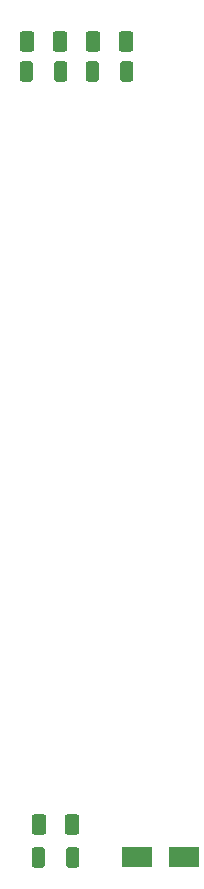
<source format=gtp>
G04 #@! TF.GenerationSoftware,KiCad,Pcbnew,(5.1.10)-1*
G04 #@! TF.CreationDate,2022-02-12T13:03:44-05:00*
G04 #@! TF.ProjectId,M5_BuggyProject,4d355f42-7567-4677-9950-726f6a656374,v1.0*
G04 #@! TF.SameCoordinates,Original*
G04 #@! TF.FileFunction,Paste,Top*
G04 #@! TF.FilePolarity,Positive*
%FSLAX46Y46*%
G04 Gerber Fmt 4.6, Leading zero omitted, Abs format (unit mm)*
G04 Created by KiCad (PCBNEW (5.1.10)-1) date 2022-02-12 13:03:44*
%MOMM*%
%LPD*%
G01*
G04 APERTURE LIST*
%ADD10R,2.500000X1.700000*%
G04 APERTURE END LIST*
G04 #@! TO.C,R1*
G36*
G01*
X74683000Y-107051003D02*
X74683000Y-105800997D01*
G75*
G02*
X74932997Y-105551000I249997J0D01*
G01*
X75558003Y-105551000D01*
G75*
G02*
X75808000Y-105800997I0J-249997D01*
G01*
X75808000Y-107051003D01*
G75*
G02*
X75558003Y-107301000I-249997J0D01*
G01*
X74932997Y-107301000D01*
G75*
G02*
X74683000Y-107051003I0J249997D01*
G01*
G37*
G36*
G01*
X77608000Y-107051003D02*
X77608000Y-105800997D01*
G75*
G02*
X77857997Y-105551000I249997J0D01*
G01*
X78483003Y-105551000D01*
G75*
G02*
X78733000Y-105800997I0J-249997D01*
G01*
X78733000Y-107051003D01*
G75*
G02*
X78483003Y-107301000I-249997J0D01*
G01*
X77857997Y-107301000D01*
G75*
G02*
X77608000Y-107051003I0J249997D01*
G01*
G37*
G04 #@! TD*
D10*
G04 #@! TO.C,Z1*
X83598000Y-106426000D03*
X87598000Y-106426000D03*
G04 #@! TD*
G04 #@! TO.C,R2*
G36*
G01*
X76592000Y-40503003D02*
X76592000Y-39252997D01*
G75*
G02*
X76841997Y-39003000I249997J0D01*
G01*
X77467003Y-39003000D01*
G75*
G02*
X77717000Y-39252997I0J-249997D01*
G01*
X77717000Y-40503003D01*
G75*
G02*
X77467003Y-40753000I-249997J0D01*
G01*
X76841997Y-40753000D01*
G75*
G02*
X76592000Y-40503003I0J249997D01*
G01*
G37*
G36*
G01*
X73667000Y-40503003D02*
X73667000Y-39252997D01*
G75*
G02*
X73916997Y-39003000I249997J0D01*
G01*
X74542003Y-39003000D01*
G75*
G02*
X74792000Y-39252997I0J-249997D01*
G01*
X74792000Y-40503003D01*
G75*
G02*
X74542003Y-40753000I-249997J0D01*
G01*
X73916997Y-40753000D01*
G75*
G02*
X73667000Y-40503003I0J249997D01*
G01*
G37*
G04 #@! TD*
G04 #@! TO.C,R3*
G36*
G01*
X79255000Y-40503003D02*
X79255000Y-39252997D01*
G75*
G02*
X79504997Y-39003000I249997J0D01*
G01*
X80130003Y-39003000D01*
G75*
G02*
X80380000Y-39252997I0J-249997D01*
G01*
X80380000Y-40503003D01*
G75*
G02*
X80130003Y-40753000I-249997J0D01*
G01*
X79504997Y-40753000D01*
G75*
G02*
X79255000Y-40503003I0J249997D01*
G01*
G37*
G36*
G01*
X82180000Y-40503003D02*
X82180000Y-39252997D01*
G75*
G02*
X82429997Y-39003000I249997J0D01*
G01*
X83055003Y-39003000D01*
G75*
G02*
X83305000Y-39252997I0J-249997D01*
G01*
X83305000Y-40503003D01*
G75*
G02*
X83055003Y-40753000I-249997J0D01*
G01*
X82429997Y-40753000D01*
G75*
G02*
X82180000Y-40503003I0J249997D01*
G01*
G37*
G04 #@! TD*
G04 #@! TO.C,D2*
G36*
G01*
X73667000Y-37963000D02*
X73667000Y-36713000D01*
G75*
G02*
X73917000Y-36463000I250000J0D01*
G01*
X74667000Y-36463000D01*
G75*
G02*
X74917000Y-36713000I0J-250000D01*
G01*
X74917000Y-37963000D01*
G75*
G02*
X74667000Y-38213000I-250000J0D01*
G01*
X73917000Y-38213000D01*
G75*
G02*
X73667000Y-37963000I0J250000D01*
G01*
G37*
G36*
G01*
X76467000Y-37963000D02*
X76467000Y-36713000D01*
G75*
G02*
X76717000Y-36463000I250000J0D01*
G01*
X77467000Y-36463000D01*
G75*
G02*
X77717000Y-36713000I0J-250000D01*
G01*
X77717000Y-37963000D01*
G75*
G02*
X77467000Y-38213000I-250000J0D01*
G01*
X76717000Y-38213000D01*
G75*
G02*
X76467000Y-37963000I0J250000D01*
G01*
G37*
G04 #@! TD*
G04 #@! TO.C,D3*
G36*
G01*
X75933000Y-103007000D02*
X75933000Y-104257000D01*
G75*
G02*
X75683000Y-104507000I-250000J0D01*
G01*
X74933000Y-104507000D01*
G75*
G02*
X74683000Y-104257000I0J250000D01*
G01*
X74683000Y-103007000D01*
G75*
G02*
X74933000Y-102757000I250000J0D01*
G01*
X75683000Y-102757000D01*
G75*
G02*
X75933000Y-103007000I0J-250000D01*
G01*
G37*
G36*
G01*
X78733000Y-103007000D02*
X78733000Y-104257000D01*
G75*
G02*
X78483000Y-104507000I-250000J0D01*
G01*
X77733000Y-104507000D01*
G75*
G02*
X77483000Y-104257000I0J250000D01*
G01*
X77483000Y-103007000D01*
G75*
G02*
X77733000Y-102757000I250000J0D01*
G01*
X78483000Y-102757000D01*
G75*
G02*
X78733000Y-103007000I0J-250000D01*
G01*
G37*
G04 #@! TD*
G04 #@! TO.C,D4*
G36*
G01*
X79255000Y-37963000D02*
X79255000Y-36713000D01*
G75*
G02*
X79505000Y-36463000I250000J0D01*
G01*
X80255000Y-36463000D01*
G75*
G02*
X80505000Y-36713000I0J-250000D01*
G01*
X80505000Y-37963000D01*
G75*
G02*
X80255000Y-38213000I-250000J0D01*
G01*
X79505000Y-38213000D01*
G75*
G02*
X79255000Y-37963000I0J250000D01*
G01*
G37*
G36*
G01*
X82055000Y-37963000D02*
X82055000Y-36713000D01*
G75*
G02*
X82305000Y-36463000I250000J0D01*
G01*
X83055000Y-36463000D01*
G75*
G02*
X83305000Y-36713000I0J-250000D01*
G01*
X83305000Y-37963000D01*
G75*
G02*
X83055000Y-38213000I-250000J0D01*
G01*
X82305000Y-38213000D01*
G75*
G02*
X82055000Y-37963000I0J250000D01*
G01*
G37*
G04 #@! TD*
M02*

</source>
